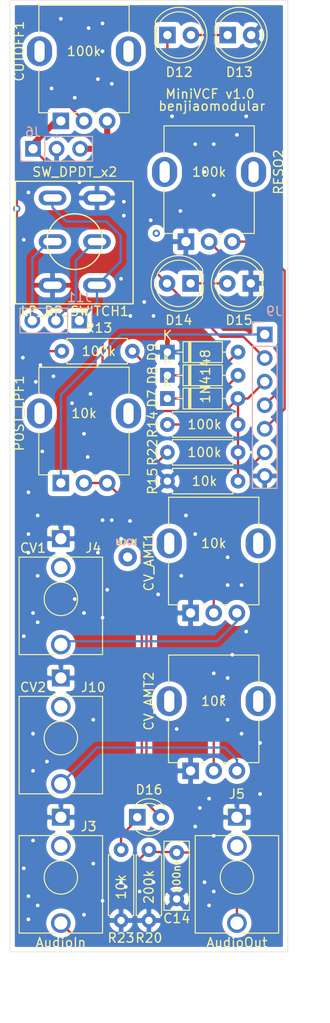
<source format=kicad_pcb>
(kicad_pcb (version 20171130) (host pcbnew 5.1.9+dfsg1-1~bpo10+1)
  (layers (0 F.Cu signal) (31 B.Cu signal) (34 B.Paste user) (35 F.Paste user) (36 B.SilkS user) (37 F.SilkS user) (38 B.Mask user) (39 F.Mask user) (44 Edge.Cuts user))
  (net 0 "")
  (net 1 "Net-(CUTOFF1-Pad2)")
  (net 2 "Net-(D12-Pad2)")
  (net 3 "Net-(D14-Pad1)")
  (net 4 GND1)
  (net 5 NEG12V_1)
  (net 6 POS12V_1)
  (net 7 A_5)
  (net 8 A_6)
  (net 9 "Net-(CV_AMT1-Pad2)")
  (net 10 "Net-(CV_AMT1-Pad3)")
  (net 11 "Net-(CV_AMT2-Pad2)")
  (net 12 "Net-(CV_AMT2-Pad3)")
  (net 13 A_7)
  (net 14 A_8)
  (net 15 A_9)
  (net 16 "Net-(C14-Pad2)")
  (net 17 A_CV_IN)
  (net 18 A_CLIPPING_LEDS)
  (net 19 A_AUDIO_IN)
  (net 20 A_AUDIO_OUT)
  (net 21 "Net-(D7-Pad1)")
  (net 22 "Net-(D8-Pad1)")
  (net 23 "Net-(D16-Pad1)")
  (module benjiaomodular:Wire_1mm (layer F.Cu) (at 84.709 113.03)
    (fp_text reference REF** hide)
    (fp_text value Wire_1mm)
    (pad 1 thru_hole circle (at 0 -0.05) (size 2 2) (drill 1) (layers *.Cu *.Mask))
  )
  (module benjiaomodular:ToggleSwitch_MTS-202_DPDT (layer F.Cu) (at 79 79 180)
    (fp_text reference LP_BP_SWITCH1 (at 0 -7.5) (layer F.SilkS))
    (fp_text value SW_DPDT_x2 (at 0 7.5) (layer F.SilkS))
    (fp_line (start 6.4 6.5) (end -6.3 6.5) (layer F.SilkS) (width 0.15))
    (fp_line (start -6.3 6.5) (end -6.3 -6.7) (layer F.SilkS) (width 0.15))
    (fp_line (start 6.4 -6.7) (end 6.4 6.5) (layer F.SilkS) (width 0.15))
    (fp_line (start -6.3 -6.7) (end 6.4 -6.7) (layer F.SilkS) (width 0.15))
    (fp_circle (center -0.000416 0) (end 2.999584 0.05) (layer F.SilkS) (width 0.15))
    (pad 2 thru_hole oval (at -2.4 0 180) (size 3 1.6) (drill oval 2 0.8) (layers *.Cu *.Mask) (net 13 A_7))
    (pad 1 thru_hole oval (at -2.4 -4.7 180) (size 3 1.6) (drill oval 2 0.8) (layers *.Cu *.Mask) (net 14 A_8))
    (pad 3 thru_hole oval (at -2.4 4.7 180) (size 3 1.6) (drill oval 2 0.8) (layers *.Cu *.Mask) (net 4 GND1))
    (pad 5 thru_hole oval (at 2.4 0 180) (size 3 1.6) (drill oval 2 0.8) (layers *.Cu *.Mask) (net 15 A_9))
    (pad 4 thru_hole oval (at 2.4 -4.7 180) (size 3 1.6) (drill oval 2 0.8) (layers *.Cu *.Mask) (net 4 GND1))
    (pad 6 thru_hole oval (at 2.4 4.7 180) (size 3 1.6) (drill oval 2 0.8) (layers *.Cu *.Mask) (net 14 A_8))
  )
  (module benjiaomodular:Potentiometer_RV09 (layer F.Cu) (at 77.5 105 90)
    (fp_text reference POST_LPF1 (at 7.5 -4.5 90) (layer F.SilkS))
    (fp_text value 10k (at 7.5 2.5 180) (layer F.SilkS))
    (fp_line (start 0.88 1.71) (end 0.88 1.18) (layer F.SilkS) (width 0.12))
    (fp_line (start 9.41 -2.37) (end 12.47 -2.37) (layer F.SilkS) (width 0.12))
    (fp_line (start 0.88 -2.38) (end 5.6 -2.38) (layer F.SilkS) (width 0.12))
    (fp_line (start 9.41 7.37) (end 12.47 7.37) (layer F.SilkS) (width 0.12))
    (fp_line (start 12.47 7.37) (end 12.47 -2.37) (layer F.SilkS) (width 0.12))
    (fp_line (start 0.88 -1.19) (end 0.88 -2.37) (layer F.SilkS) (width 0.12))
    (fp_line (start 0.88 4.16) (end 0.88 3.33) (layer F.SilkS) (width 0.12))
    (fp_line (start 0.88 7.37) (end 0.88 5.88) (layer F.SilkS) (width 0.12))
    (fp_line (start 0.88 7.37) (end 5.6 7.37) (layer F.SilkS) (width 0.12))
    (pad 1 thru_hole rect (at 0 0 180) (size 1.8 1.8) (drill 1) (layers *.Cu *.Mask) (net 20 A_AUDIO_OUT))
    (pad 3 thru_hole circle (at 0 5 180) (size 1.8 1.8) (drill 1) (layers *.Cu *.Mask) (net 16 "Net-(C14-Pad2)"))
    (pad 2 thru_hole circle (at 0 2.5 180) (size 1.8 1.8) (drill 1) (layers *.Cu *.Mask) (net 16 "Net-(C14-Pad2)"))
    (pad "" thru_hole oval (at 7.5 7.3 180) (size 2.72 3.24) (drill oval 1.1 2.3) (layers *.Cu *.Mask))
    (pad "" thru_hole oval (at 7.5 -2.3 180) (size 2.72 3.24) (drill oval 1.1 2.3) (layers *.Cu *.Mask))
  )
  (module benjiaomodular:Capacitor_Rect_L7.2mm_W2.5mm_P5.00mm (layer F.Cu) (at 90 149.8 90)
    (fp_text reference C14 (at -2.1 0 180) (layer F.SilkS))
    (fp_text value 100nF (at 2.5 0 90) (layer F.SilkS) (effects (font (size 0.8 0.8))))
    (fp_line (start 6.22 -1.37) (end 6.22 1.37) (layer F.SilkS) (width 0.12))
    (fp_line (start -1.22 -1.37) (end 6.22 -1.37) (layer F.SilkS) (width 0.12))
    (fp_line (start -1.22 1.37) (end 6.22 1.37) (layer F.SilkS) (width 0.12))
    (fp_line (start -1.22 -1.37) (end -1.22 1.37) (layer F.SilkS) (width 0.12))
    (pad 2 thru_hole circle (at 5 0 90) (size 1.6 1.6) (drill 0.8) (layers *.Cu *.Mask) (net 16 "Net-(C14-Pad2)"))
    (pad 1 thru_hole circle (at 0 0 90) (size 1.6 1.6) (drill 0.8) (layers *.Cu *.Mask) (net 4 GND1))
  )
  (module Diode_THT:D_DO-35_SOD27_P7.62mm_Horizontal (layer F.Cu) (at 89 95.9)
    (fp_text reference D7 (at -1.6 0 90) (layer F.SilkS))
    (fp_text value 1N4148 hide)
    (fp_line (start 2.29 -1.12) (end 2.29 1.12) (layer F.SilkS) (width 0.12))
    (fp_line (start 2.53 -1.12) (end 2.53 1.12) (layer F.SilkS) (width 0.12))
    (fp_line (start 2.41 -1.12) (end 2.41 1.12) (layer F.SilkS) (width 0.12))
    (fp_line (start 6.58 0) (end 5.93 0) (layer F.SilkS) (width 0.12))
    (fp_line (start 1.04 0) (end 1.69 0) (layer F.SilkS) (width 0.12))
    (fp_line (start 5.93 -1.12) (end 1.69 -1.12) (layer F.SilkS) (width 0.12))
    (fp_line (start 5.93 1.12) (end 5.93 -1.12) (layer F.SilkS) (width 0.12))
    (fp_line (start 1.69 1.12) (end 5.93 1.12) (layer F.SilkS) (width 0.12))
    (fp_line (start 1.69 -1.12) (end 1.69 1.12) (layer F.SilkS) (width 0.12))
    (fp_text user K (at 0 -1.8) (layer F.SilkS))
    (pad 2 thru_hole oval (at 7.62 0) (size 1.6 1.6) (drill 0.8) (layers *.Cu *.Mask) (net 17 A_CV_IN))
    (pad 1 thru_hole rect (at 0 0) (size 1.6 1.6) (drill 0.8) (layers *.Cu *.Mask) (net 21 "Net-(D7-Pad1)"))
  )
  (module Diode_THT:D_DO-35_SOD27_P7.62mm_Horizontal (layer F.Cu) (at 89 93.4)
    (fp_text reference D8 (at -1.6 0 90) (layer F.SilkS))
    (fp_text value 1N4148 hide)
    (fp_line (start 1.69 -1.12) (end 1.69 1.12) (layer F.SilkS) (width 0.12))
    (fp_line (start 1.69 1.12) (end 5.93 1.12) (layer F.SilkS) (width 0.12))
    (fp_line (start 5.93 1.12) (end 5.93 -1.12) (layer F.SilkS) (width 0.12))
    (fp_line (start 5.93 -1.12) (end 1.69 -1.12) (layer F.SilkS) (width 0.12))
    (fp_line (start 1.04 0) (end 1.69 0) (layer F.SilkS) (width 0.12))
    (fp_line (start 6.58 0) (end 5.93 0) (layer F.SilkS) (width 0.12))
    (fp_line (start 2.41 -1.12) (end 2.41 1.12) (layer F.SilkS) (width 0.12))
    (fp_line (start 2.53 -1.12) (end 2.53 1.12) (layer F.SilkS) (width 0.12))
    (fp_line (start 2.29 -1.12) (end 2.29 1.12) (layer F.SilkS) (width 0.12))
    (fp_text user K (at 0 -1.8) (layer F.SilkS))
    (pad 1 thru_hole rect (at 0 0) (size 1.6 1.6) (drill 0.8) (layers *.Cu *.Mask) (net 22 "Net-(D8-Pad1)"))
    (pad 2 thru_hole oval (at 7.62 0) (size 1.6 1.6) (drill 0.8) (layers *.Cu *.Mask) (net 21 "Net-(D7-Pad1)"))
  )
  (module Diode_THT:D_DO-35_SOD27_P7.62mm_Horizontal (layer F.Cu) (at 89 90.9)
    (fp_text reference D9 (at -1.6 0 270) (layer F.SilkS))
    (fp_text value 1N4148 (at 4.1 2.6 90) (layer F.SilkS))
    (fp_line (start 2.29 -1.12) (end 2.29 1.12) (layer F.SilkS) (width 0.12))
    (fp_line (start 2.53 -1.12) (end 2.53 1.12) (layer F.SilkS) (width 0.12))
    (fp_line (start 2.41 -1.12) (end 2.41 1.12) (layer F.SilkS) (width 0.12))
    (fp_line (start 6.58 0) (end 5.93 0) (layer F.SilkS) (width 0.12))
    (fp_line (start 1.04 0) (end 1.69 0) (layer F.SilkS) (width 0.12))
    (fp_line (start 5.93 -1.12) (end 1.69 -1.12) (layer F.SilkS) (width 0.12))
    (fp_line (start 5.93 1.12) (end 5.93 -1.12) (layer F.SilkS) (width 0.12))
    (fp_line (start 1.69 1.12) (end 5.93 1.12) (layer F.SilkS) (width 0.12))
    (fp_line (start 1.69 -1.12) (end 1.69 1.12) (layer F.SilkS) (width 0.12))
    (fp_text user K (at 0 -1.8) (layer F.SilkS))
    (pad 2 thru_hole oval (at 7.62 0) (size 1.6 1.6) (drill 0.8) (layers *.Cu *.Mask) (net 22 "Net-(D8-Pad1)"))
    (pad 1 thru_hole rect (at 0 0) (size 1.6 1.6) (drill 0.8) (layers *.Cu *.Mask) (net 4 GND1))
  )
  (module benjiaomodular:Resistor_L6.3mm_D2.5mm_P7.62mm_Horizontal (layer F.Cu) (at 77.6 90.8)
    (fp_text reference R13 (at 4 -2.5) (layer F.SilkS))
    (fp_text value 100k (at 4 0) (layer F.SilkS))
    (fp_line (start 7.08 -1.37) (end 7.08 -1.04) (layer F.SilkS) (width 0.12))
    (fp_line (start 0.54 1.04) (end 0.54 1.37) (layer F.SilkS) (width 0.12))
    (fp_line (start 7.08 1.37) (end 7.08 1.04) (layer F.SilkS) (width 0.12))
    (fp_line (start 0.54 1.37) (end 7.08 1.37) (layer F.SilkS) (width 0.12))
    (fp_line (start 0.54 -1.04) (end 0.54 -1.37) (layer F.SilkS) (width 0.12))
    (fp_line (start 0.54 -1.37) (end 7.08 -1.37) (layer F.SilkS) (width 0.12))
    (pad 2 thru_hole oval (at 7.62 0) (size 1.6 1.6) (drill 0.8) (layers *.Cu *.Mask) (net 17 A_CV_IN))
    (pad 1 thru_hole circle (at 0 0) (size 1.6 1.6) (drill 0.8) (layers *.Cu *.Mask) (net 1 "Net-(CUTOFF1-Pad2)"))
  )
  (module benjiaomodular:Resistor_L6.3mm_D2.5mm_P7.62mm_Horizontal (layer F.Cu) (at 89 98.7)
    (fp_text reference R14 (at -1.6 0 90) (layer F.SilkS))
    (fp_text value 100k (at 4 0) (layer F.SilkS))
    (fp_line (start 0.54 -1.37) (end 7.08 -1.37) (layer F.SilkS) (width 0.12))
    (fp_line (start 0.54 -1.04) (end 0.54 -1.37) (layer F.SilkS) (width 0.12))
    (fp_line (start 0.54 1.37) (end 7.08 1.37) (layer F.SilkS) (width 0.12))
    (fp_line (start 7.08 1.37) (end 7.08 1.04) (layer F.SilkS) (width 0.12))
    (fp_line (start 0.54 1.04) (end 0.54 1.37) (layer F.SilkS) (width 0.12))
    (fp_line (start 7.08 -1.37) (end 7.08 -1.04) (layer F.SilkS) (width 0.12))
    (pad 1 thru_hole circle (at 0 0) (size 1.6 1.6) (drill 0.8) (layers *.Cu *.Mask) (net 9 "Net-(CV_AMT1-Pad2)"))
    (pad 2 thru_hole oval (at 7.62 0) (size 1.6 1.6) (drill 0.8) (layers *.Cu *.Mask) (net 17 A_CV_IN))
  )
  (module benjiaomodular:Resistor_L6.3mm_D2.5mm_P7.62mm_Horizontal (layer F.Cu) (at 89 104.8)
    (fp_text reference R15 (at -1.6 0 270) (layer F.SilkS))
    (fp_text value 10k (at 4 0) (layer F.SilkS))
    (fp_line (start 7.08 -1.37) (end 7.08 -1.04) (layer F.SilkS) (width 0.12))
    (fp_line (start 0.54 1.04) (end 0.54 1.37) (layer F.SilkS) (width 0.12))
    (fp_line (start 7.08 1.37) (end 7.08 1.04) (layer F.SilkS) (width 0.12))
    (fp_line (start 0.54 1.37) (end 7.08 1.37) (layer F.SilkS) (width 0.12))
    (fp_line (start 0.54 -1.04) (end 0.54 -1.37) (layer F.SilkS) (width 0.12))
    (fp_line (start 0.54 -1.37) (end 7.08 -1.37) (layer F.SilkS) (width 0.12))
    (pad 2 thru_hole oval (at 7.62 0) (size 1.6 1.6) (drill 0.8) (layers *.Cu *.Mask) (net 17 A_CV_IN))
    (pad 1 thru_hole circle (at 0 0) (size 1.6 1.6) (drill 0.8) (layers *.Cu *.Mask) (net 4 GND1))
  )
  (module benjiaomodular:Resistor_L6.3mm_D2.5mm_P7.62mm_Horizontal (layer F.Cu) (at 87 144.5 270)
    (fp_text reference R20 (at 9.5 0 180) (layer F.SilkS))
    (fp_text value 200k (at 4 0 90) (layer F.SilkS))
    (fp_line (start 7.08 -1.37) (end 7.08 -1.04) (layer F.SilkS) (width 0.12))
    (fp_line (start 0.54 1.04) (end 0.54 1.37) (layer F.SilkS) (width 0.12))
    (fp_line (start 7.08 1.37) (end 7.08 1.04) (layer F.SilkS) (width 0.12))
    (fp_line (start 0.54 1.37) (end 7.08 1.37) (layer F.SilkS) (width 0.12))
    (fp_line (start 0.54 -1.04) (end 0.54 -1.37) (layer F.SilkS) (width 0.12))
    (fp_line (start 0.54 -1.37) (end 7.08 -1.37) (layer F.SilkS) (width 0.12))
    (pad 2 thru_hole oval (at 7.62 0 270) (size 1.6 1.6) (drill 0.8) (layers *.Cu *.Mask) (net 4 GND1))
    (pad 1 thru_hole circle (at 0 0 270) (size 1.6 1.6) (drill 0.8) (layers *.Cu *.Mask) (net 16 "Net-(C14-Pad2)"))
  )
  (module benjiaomodular:Resistor_L6.3mm_D2.5mm_P7.62mm_Horizontal (layer F.Cu) (at 89 101.7)
    (fp_text reference R22 (at -1.6 0 90) (layer F.SilkS))
    (fp_text value 100k (at 4 0) (layer F.SilkS))
    (fp_line (start 7.08 -1.37) (end 7.08 -1.04) (layer F.SilkS) (width 0.12))
    (fp_line (start 0.54 1.04) (end 0.54 1.37) (layer F.SilkS) (width 0.12))
    (fp_line (start 7.08 1.37) (end 7.08 1.04) (layer F.SilkS) (width 0.12))
    (fp_line (start 0.54 1.37) (end 7.08 1.37) (layer F.SilkS) (width 0.12))
    (fp_line (start 0.54 -1.04) (end 0.54 -1.37) (layer F.SilkS) (width 0.12))
    (fp_line (start 0.54 -1.37) (end 7.08 -1.37) (layer F.SilkS) (width 0.12))
    (pad 2 thru_hole oval (at 7.62 0) (size 1.6 1.6) (drill 0.8) (layers *.Cu *.Mask) (net 17 A_CV_IN))
    (pad 1 thru_hole circle (at 0 0) (size 1.6 1.6) (drill 0.8) (layers *.Cu *.Mask) (net 11 "Net-(CV_AMT2-Pad2)"))
  )
  (module benjiaomodular:Resistor_L6.3mm_D2.5mm_P7.62mm_Horizontal (layer F.Cu) (at 84 144.5 270)
    (fp_text reference R23 (at 9.5 0 180) (layer F.SilkS))
    (fp_text value 10k (at 4 0 90) (layer F.SilkS))
    (fp_line (start 7.08 -1.37) (end 7.08 -1.04) (layer F.SilkS) (width 0.12))
    (fp_line (start 0.54 1.04) (end 0.54 1.37) (layer F.SilkS) (width 0.12))
    (fp_line (start 7.08 1.37) (end 7.08 1.04) (layer F.SilkS) (width 0.12))
    (fp_line (start 0.54 1.37) (end 7.08 1.37) (layer F.SilkS) (width 0.12))
    (fp_line (start 0.54 -1.04) (end 0.54 -1.37) (layer F.SilkS) (width 0.12))
    (fp_line (start 0.54 -1.37) (end 7.08 -1.37) (layer F.SilkS) (width 0.12))
    (pad 2 thru_hole oval (at 7.62 0 270) (size 1.6 1.6) (drill 0.8) (layers *.Cu *.Mask) (net 4 GND1))
    (pad 1 thru_hole circle (at 0 0 270) (size 1.6 1.6) (drill 0.8) (layers *.Cu *.Mask) (net 23 "Net-(D16-Pad1)"))
  )
  (module benjiaomodular:Potentiometer_RV09 (layer F.Cu) (at 77.5 66 90)
    (fp_text reference CUTOFF1 (at 7.5 -4.5 90) (layer F.SilkS))
    (fp_text value 100k (at 7.5 2.5 180) (layer F.SilkS))
    (fp_line (start 0.88 1.71) (end 0.88 1.18) (layer F.SilkS) (width 0.12))
    (fp_line (start 9.41 -2.37) (end 12.47 -2.37) (layer F.SilkS) (width 0.12))
    (fp_line (start 0.88 -2.38) (end 5.6 -2.38) (layer F.SilkS) (width 0.12))
    (fp_line (start 9.41 7.37) (end 12.47 7.37) (layer F.SilkS) (width 0.12))
    (fp_line (start 12.47 7.37) (end 12.47 -2.37) (layer F.SilkS) (width 0.12))
    (fp_line (start 0.88 -1.19) (end 0.88 -2.37) (layer F.SilkS) (width 0.12))
    (fp_line (start 0.88 4.16) (end 0.88 3.33) (layer F.SilkS) (width 0.12))
    (fp_line (start 0.88 7.37) (end 0.88 5.88) (layer F.SilkS) (width 0.12))
    (fp_line (start 0.88 7.37) (end 5.6 7.37) (layer F.SilkS) (width 0.12))
    (pad 1 thru_hole rect (at 0 0 180) (size 1.8 1.8) (drill 1) (layers *.Cu *.Mask) (net 6 POS12V_1))
    (pad 3 thru_hole circle (at 0 5 180) (size 1.8 1.8) (drill 1) (layers *.Cu *.Mask) (net 5 NEG12V_1))
    (pad 2 thru_hole circle (at 0 2.5 180) (size 1.8 1.8) (drill 1) (layers *.Cu *.Mask) (net 1 "Net-(CUTOFF1-Pad2)"))
    (pad "" thru_hole oval (at 7.5 7.3 180) (size 2.72 3.24) (drill oval 1.1 2.3) (layers *.Cu *.Mask))
    (pad "" thru_hole oval (at 7.5 -2.3 180) (size 2.72 3.24) (drill oval 1.1 2.3) (layers *.Cu *.Mask))
  )
  (module benjiaomodular:Potentiometer_RV09 (layer F.Cu) (at 91.5 119 90)
    (fp_text reference CV_AMT1 (at 5.5 -4.5 90) (layer F.SilkS))
    (fp_text value 10k (at 7.5 2.5 180) (layer F.SilkS))
    (fp_line (start 0.88 7.37) (end 5.6 7.37) (layer F.SilkS) (width 0.12))
    (fp_line (start 0.88 7.37) (end 0.88 5.88) (layer F.SilkS) (width 0.12))
    (fp_line (start 0.88 4.16) (end 0.88 3.33) (layer F.SilkS) (width 0.12))
    (fp_line (start 0.88 -1.19) (end 0.88 -2.37) (layer F.SilkS) (width 0.12))
    (fp_line (start 12.47 7.37) (end 12.47 -2.37) (layer F.SilkS) (width 0.12))
    (fp_line (start 9.41 7.37) (end 12.47 7.37) (layer F.SilkS) (width 0.12))
    (fp_line (start 0.88 -2.38) (end 5.6 -2.38) (layer F.SilkS) (width 0.12))
    (fp_line (start 9.41 -2.37) (end 12.47 -2.37) (layer F.SilkS) (width 0.12))
    (fp_line (start 0.88 1.71) (end 0.88 1.18) (layer F.SilkS) (width 0.12))
    (pad "" thru_hole oval (at 7.5 -2.3 180) (size 2.72 3.24) (drill oval 1.1 2.3) (layers *.Cu *.Mask))
    (pad "" thru_hole oval (at 7.5 7.3 180) (size 2.72 3.24) (drill oval 1.1 2.3) (layers *.Cu *.Mask))
    (pad 2 thru_hole circle (at 0 2.5 180) (size 1.8 1.8) (drill 1) (layers *.Cu *.Mask) (net 9 "Net-(CV_AMT1-Pad2)"))
    (pad 3 thru_hole circle (at 0 5 180) (size 1.8 1.8) (drill 1) (layers *.Cu *.Mask) (net 10 "Net-(CV_AMT1-Pad3)"))
    (pad 1 thru_hole rect (at 0 0 180) (size 1.8 1.8) (drill 1) (layers *.Cu *.Mask) (net 4 GND1))
  )
  (module benjiaomodular:Potentiometer_RV09 (layer F.Cu) (at 91.5 136 90)
    (fp_text reference CV_AMT2 (at 7.5 -4.5 90) (layer F.SilkS))
    (fp_text value 10k (at 7.5 2.5 180) (layer F.SilkS))
    (fp_line (start 0.88 1.71) (end 0.88 1.18) (layer F.SilkS) (width 0.12))
    (fp_line (start 9.41 -2.37) (end 12.47 -2.37) (layer F.SilkS) (width 0.12))
    (fp_line (start 0.88 -2.38) (end 5.6 -2.38) (layer F.SilkS) (width 0.12))
    (fp_line (start 9.41 7.37) (end 12.47 7.37) (layer F.SilkS) (width 0.12))
    (fp_line (start 12.47 7.37) (end 12.47 -2.37) (layer F.SilkS) (width 0.12))
    (fp_line (start 0.88 -1.19) (end 0.88 -2.37) (layer F.SilkS) (width 0.12))
    (fp_line (start 0.88 4.16) (end 0.88 3.33) (layer F.SilkS) (width 0.12))
    (fp_line (start 0.88 7.37) (end 0.88 5.88) (layer F.SilkS) (width 0.12))
    (fp_line (start 0.88 7.37) (end 5.6 7.37) (layer F.SilkS) (width 0.12))
    (pad 1 thru_hole rect (at 0 0 180) (size 1.8 1.8) (drill 1) (layers *.Cu *.Mask) (net 4 GND1))
    (pad 3 thru_hole circle (at 0 5 180) (size 1.8 1.8) (drill 1) (layers *.Cu *.Mask) (net 12 "Net-(CV_AMT2-Pad3)"))
    (pad 2 thru_hole circle (at 0 2.5 180) (size 1.8 1.8) (drill 1) (layers *.Cu *.Mask) (net 11 "Net-(CV_AMT2-Pad2)"))
    (pad "" thru_hole oval (at 7.5 7.3 180) (size 2.72 3.24) (drill oval 1.1 2.3) (layers *.Cu *.Mask))
    (pad "" thru_hole oval (at 7.5 -2.3 180) (size 2.72 3.24) (drill oval 1.1 2.3) (layers *.Cu *.Mask))
  )
  (module LED_THT:LED_D5.0mm (layer F.Cu) (at 89 56.75)
    (fp_text reference D12 (at 1.27 4) (layer F.SilkS))
    (fp_text value LED)
    (fp_line (start -1.29 -1.545) (end -1.29 1.545) (layer F.SilkS) (width 0.12))
    (fp_circle (center 1.27 0) (end 3.77 0) (layer F.SilkS) (width 0.12))
    (fp_arc (start 1.27 0) (end -1.29 1.54483) (angle -148.9) (layer F.SilkS) (width 0.12))
    (fp_arc (start 1.27 0) (end -1.29 -1.54483) (angle 148.9) (layer F.SilkS) (width 0.12))
    (pad 2 thru_hole circle (at 2.54 0) (size 1.8 1.8) (drill 0.9) (layers *.Cu *.Mask) (net 2 "Net-(D12-Pad2)"))
    (pad 1 thru_hole rect (at 0 0) (size 1.8 1.8) (drill 0.9) (layers *.Cu *.Mask) (net 18 A_CLIPPING_LEDS))
  )
  (module LED_THT:LED_D5.0mm (layer F.Cu) (at 95.5 56.75)
    (fp_text reference D13 (at 1.27 4) (layer F.SilkS))
    (fp_text value LED)
    (fp_circle (center 1.27 0) (end 3.77 0) (layer F.SilkS) (width 0.12))
    (fp_line (start -1.29 -1.545) (end -1.29 1.545) (layer F.SilkS) (width 0.12))
    (fp_arc (start 1.27 0) (end -1.29 -1.54483) (angle 148.9) (layer F.SilkS) (width 0.12))
    (fp_arc (start 1.27 0) (end -1.29 1.54483) (angle -148.9) (layer F.SilkS) (width 0.12))
    (pad 1 thru_hole rect (at 0 0) (size 1.8 1.8) (drill 0.9) (layers *.Cu *.Mask) (net 2 "Net-(D12-Pad2)"))
    (pad 2 thru_hole circle (at 2.54 0) (size 1.8 1.8) (drill 0.9) (layers *.Cu *.Mask) (net 4 GND1))
  )
  (module LED_THT:LED_D5.0mm (layer F.Cu) (at 91.5 83.5 180)
    (fp_text reference D14 (at 1.27 -3.96) (layer F.SilkS))
    (fp_text value LED)
    (fp_line (start -1.29 -1.545) (end -1.29 1.545) (layer F.SilkS) (width 0.12))
    (fp_circle (center 1.27 0) (end 3.77 0) (layer F.SilkS) (width 0.12))
    (fp_arc (start 1.27 0) (end -1.29 1.54483) (angle -148.9) (layer F.SilkS) (width 0.12))
    (fp_arc (start 1.27 0) (end -1.29 -1.54483) (angle 148.9) (layer F.SilkS) (width 0.12))
    (pad 2 thru_hole circle (at 2.54 0 180) (size 1.8 1.8) (drill 0.9) (layers *.Cu *.Mask) (net 18 A_CLIPPING_LEDS))
    (pad 1 thru_hole rect (at 0 0 180) (size 1.8 1.8) (drill 0.9) (layers *.Cu *.Mask) (net 3 "Net-(D14-Pad1)"))
  )
  (module LED_THT:LED_D5.0mm (layer F.Cu) (at 98 83.5 180)
    (fp_text reference D15 (at 1.27 -3.96) (layer F.SilkS))
    (fp_text value LED)
    (fp_circle (center 1.27 0) (end 3.77 0) (layer F.SilkS) (width 0.12))
    (fp_line (start -1.29 -1.545) (end -1.29 1.545) (layer F.SilkS) (width 0.12))
    (fp_arc (start 1.27 0) (end -1.29 -1.54483) (angle 148.9) (layer F.SilkS) (width 0.12))
    (fp_arc (start 1.27 0) (end -1.29 1.54483) (angle -148.9) (layer F.SilkS) (width 0.12))
    (pad 1 thru_hole rect (at 0 0 180) (size 1.8 1.8) (drill 0.9) (layers *.Cu *.Mask) (net 4 GND1))
    (pad 2 thru_hole circle (at 2.54 0 180) (size 1.8 1.8) (drill 0.9) (layers *.Cu *.Mask) (net 3 "Net-(D14-Pad1)"))
  )
  (module LED_THT:LED_D3.0mm (layer F.Cu) (at 85.75 141)
    (fp_text reference D16 (at 1.27 -2.96) (layer F.SilkS))
    (fp_text value LED)
    (fp_line (start -0.29 -1.236) (end -0.29 -1.08) (layer F.SilkS) (width 0.12))
    (fp_line (start -0.29 1.08) (end -0.29 1.236) (layer F.SilkS) (width 0.12))
    (fp_arc (start 1.27 0) (end -0.29 -1.235516) (angle 108.8) (layer F.SilkS) (width 0.12))
    (fp_arc (start 1.27 0) (end -0.29 1.235516) (angle -108.8) (layer F.SilkS) (width 0.12))
    (fp_arc (start 1.27 0) (end 0.229039 -1.08) (angle 87.9) (layer F.SilkS) (width 0.12))
    (fp_arc (start 1.27 0) (end 0.229039 1.08) (angle -87.9) (layer F.SilkS) (width 0.12))
    (pad 1 thru_hole rect (at 0 0) (size 1.8 1.8) (drill 0.9) (layers *.Cu *.Mask) (net 23 "Net-(D16-Pad1)"))
    (pad 2 thru_hole circle (at 2.54 0) (size 1.8 1.8) (drill 0.9) (layers *.Cu *.Mask) (net 6 POS12V_1))
  )
  (module benjiaomodular:AudioJack_3.5mm (layer F.Cu) (at 77.5 141)
    (fp_text reference J3 (at 3 1) (layer F.SilkS))
    (fp_text value AudioIn (at 0 13.5) (layer F.SilkS))
    (fp_line (start -1.06 -1) (end -1.06 -0.2) (layer F.SilkS) (width 0.12))
    (fp_line (start 4.5 1.98) (end 4.5 12.48) (layer F.SilkS) (width 0.12))
    (fp_line (start 4.5 1.98) (end 0.35 1.98) (layer F.SilkS) (width 0.12))
    (fp_line (start -0.35 1.98) (end -4.5 1.98) (layer F.SilkS) (width 0.12))
    (fp_circle (center 0 6.48) (end 1.8 6.48) (layer F.SilkS) (width 0.12))
    (fp_line (start -4.5 1.98) (end -4.5 12.48) (layer F.SilkS) (width 0.12))
    (fp_line (start 4.5 12.48) (end 0.5 12.48) (layer F.SilkS) (width 0.12))
    (fp_line (start -0.5 12.48) (end -4.5 12.48) (layer F.SilkS) (width 0.12))
    (fp_line (start -1.06 -1) (end -0.2 -1) (layer F.SilkS) (width 0.12))
    (pad T thru_hole circle (at 0 11.4 180) (size 2.13 2.13) (drill 1.43) (layers *.Cu *.Mask) (net 19 A_AUDIO_IN))
    (pad TN thru_hole circle (at 0 3.1 180) (size 2.13 2.13) (drill 1.42) (layers *.Cu *.Mask))
    (pad S thru_hole rect (at 0 0 180) (size 1.93 1.83) (drill 1.22) (layers *.Cu *.Mask) (net 4 GND1))
  )
  (module benjiaomodular:AudioJack_3.5mm (layer F.Cu) (at 77.5 111)
    (fp_text reference J4 (at 3.5 1) (layer F.SilkS))
    (fp_text value CV1 (at -3 1) (layer F.SilkS))
    (fp_line (start -1.06 -1) (end -1.06 -0.2) (layer F.SilkS) (width 0.12))
    (fp_line (start 4.5 1.98) (end 4.5 12.48) (layer F.SilkS) (width 0.12))
    (fp_line (start 4.5 1.98) (end 0.35 1.98) (layer F.SilkS) (width 0.12))
    (fp_line (start -0.35 1.98) (end -4.5 1.98) (layer F.SilkS) (width 0.12))
    (fp_circle (center 0 6.48) (end 1.8 6.48) (layer F.SilkS) (width 0.12))
    (fp_line (start -4.5 1.98) (end -4.5 12.48) (layer F.SilkS) (width 0.12))
    (fp_line (start 4.5 12.48) (end 0.5 12.48) (layer F.SilkS) (width 0.12))
    (fp_line (start -0.5 12.48) (end -4.5 12.48) (layer F.SilkS) (width 0.12))
    (fp_line (start -1.06 -1) (end -0.2 -1) (layer F.SilkS) (width 0.12))
    (pad T thru_hole circle (at 0 11.4 180) (size 2.13 2.13) (drill 1.43) (layers *.Cu *.Mask) (net 10 "Net-(CV_AMT1-Pad3)"))
    (pad TN thru_hole circle (at 0 3.1 180) (size 2.13 2.13) (drill 1.42) (layers *.Cu *.Mask))
    (pad S thru_hole rect (at 0 0 180) (size 1.93 1.83) (drill 1.22) (layers *.Cu *.Mask) (net 4 GND1))
  )
  (module benjiaomodular:AudioJack_3.5mm (layer F.Cu) (at 96.5 141)
    (fp_text reference J5 (at 0 -2.5) (layer F.SilkS))
    (fp_text value AudioOut (at 0 13.5) (layer F.SilkS))
    (fp_line (start -1.06 -1) (end -0.2 -1) (layer F.SilkS) (width 0.12))
    (fp_line (start -0.5 12.48) (end -4.5 12.48) (layer F.SilkS) (width 0.12))
    (fp_line (start 4.5 12.48) (end 0.5 12.48) (layer F.SilkS) (width 0.12))
    (fp_line (start -4.5 1.98) (end -4.5 12.48) (layer F.SilkS) (width 0.12))
    (fp_circle (center 0 6.48) (end 1.8 6.48) (layer F.SilkS) (width 0.12))
    (fp_line (start -0.35 1.98) (end -4.5 1.98) (layer F.SilkS) (width 0.12))
    (fp_line (start 4.5 1.98) (end 0.35 1.98) (layer F.SilkS) (width 0.12))
    (fp_line (start 4.5 1.98) (end 4.5 12.48) (layer F.SilkS) (width 0.12))
    (fp_line (start -1.06 -1) (end -1.06 -0.2) (layer F.SilkS) (width 0.12))
    (pad S thru_hole rect (at 0 0 180) (size 1.93 1.83) (drill 1.22) (layers *.Cu *.Mask) (net 4 GND1))
    (pad TN thru_hole circle (at 0 3.1 180) (size 2.13 2.13) (drill 1.42) (layers *.Cu *.Mask))
    (pad T thru_hole circle (at 0 11.4 180) (size 2.13 2.13) (drill 1.43) (layers *.Cu *.Mask) (net 16 "Net-(C14-Pad2)"))
  )
  (module Connector_PinSocket_2.54mm:PinSocket_1x03_P2.54mm_Vertical (layer B.Cu) (at 74.5 69 270)
    (fp_text reference J6 (at -1.8 0) (layer B.SilkS) (effects (justify mirror)))
    (fp_text value CONN_PWR1)
    (fp_line (start -1.33 -1.27) (end 1.33 -1.27) (layer B.SilkS) (width 0.12))
    (fp_line (start -1.33 -1.27) (end -1.33 -6.41) (layer B.SilkS) (width 0.12))
    (fp_line (start -1.33 -6.41) (end 1.33 -6.41) (layer B.SilkS) (width 0.12))
    (fp_line (start 1.33 -1.27) (end 1.33 -6.41) (layer B.SilkS) (width 0.12))
    (fp_line (start 1.33 1.33) (end 1.33 0) (layer B.SilkS) (width 0.12))
    (fp_line (start 0 1.33) (end 1.33 1.33) (layer B.SilkS) (width 0.12))
    (pad 1 thru_hole rect (at 0 0 270) (size 1.7 1.7) (drill 1) (layers *.Cu *.Mask) (net 6 POS12V_1))
    (pad 2 thru_hole oval (at 0 -2.54 270) (size 1.7 1.7) (drill 1) (layers *.Cu *.Mask) (net 4 GND1))
    (pad 3 thru_hole oval (at 0 -5.08 270) (size 1.7 1.7) (drill 1) (layers *.Cu *.Mask) (net 5 NEG12V_1))
  )
  (module Connector_PinSocket_2.54mm:PinSocket_1x07_P2.54mm_Vertical (layer B.Cu) (at 99.5 89 180)
    (fp_text reference J9 (at -1 2.5) (layer B.SilkS) (effects (justify mirror)))
    (fp_text value CTRL_PANEL_CONN)
    (fp_line (start -1.33 -1.27) (end 1.33 -1.27) (layer B.SilkS) (width 0.12))
    (fp_line (start -1.33 -1.27) (end -1.33 -16.57) (layer B.SilkS) (width 0.12))
    (fp_line (start -1.33 -16.57) (end 1.33 -16.57) (layer B.SilkS) (width 0.12))
    (fp_line (start 1.33 -1.27) (end 1.33 -16.57) (layer B.SilkS) (width 0.12))
    (fp_line (start 1.33 1.33) (end 1.33 0) (layer B.SilkS) (width 0.12))
    (fp_line (start 0 1.33) (end 1.33 1.33) (layer B.SilkS) (width 0.12))
    (pad 1 thru_hole rect (at 0 0 180) (size 1.7 1.7) (drill 1) (layers *.Cu *.Mask) (net 20 A_AUDIO_OUT))
    (pad 2 thru_hole oval (at 0 -2.54 180) (size 1.7 1.7) (drill 1) (layers *.Cu *.Mask) (net 18 A_CLIPPING_LEDS))
    (pad 3 thru_hole oval (at 0 -5.08 180) (size 1.7 1.7) (drill 1) (layers *.Cu *.Mask) (net 17 A_CV_IN))
    (pad 4 thru_hole oval (at 0 -7.62 180) (size 1.7 1.7) (drill 1) (layers *.Cu *.Mask) (net 8 A_6))
    (pad 5 thru_hole oval (at 0 -10.16 180) (size 1.7 1.7) (drill 1) (layers *.Cu *.Mask) (net 7 A_5))
    (pad 6 thru_hole oval (at 0 -12.7 180) (size 1.7 1.7) (drill 1) (layers *.Cu *.Mask) (net 19 A_AUDIO_IN))
    (pad 7 thru_hole oval (at 0 -15.24 180) (size 1.7 1.7) (drill 1) (layers *.Cu *.Mask) (net 4 GND1))
  )
  (module benjiaomodular:AudioJack_3.5mm (layer F.Cu) (at 77.5 126)
    (fp_text reference J10 (at 3.5 1) (layer F.SilkS))
    (fp_text value CV2 (at -3 1) (layer F.SilkS))
    (fp_line (start -1.06 -1) (end -0.2 -1) (layer F.SilkS) (width 0.12))
    (fp_line (start -0.5 12.48) (end -4.5 12.48) (layer F.SilkS) (width 0.12))
    (fp_line (start 4.5 12.48) (end 0.5 12.48) (layer F.SilkS) (width 0.12))
    (fp_line (start -4.5 1.98) (end -4.5 12.48) (layer F.SilkS) (width 0.12))
    (fp_circle (center 0 6.48) (end 1.8 6.48) (layer F.SilkS) (width 0.12))
    (fp_line (start -0.35 1.98) (end -4.5 1.98) (layer F.SilkS) (width 0.12))
    (fp_line (start 4.5 1.98) (end 0.35 1.98) (layer F.SilkS) (width 0.12))
    (fp_line (start 4.5 1.98) (end 4.5 12.48) (layer F.SilkS) (width 0.12))
    (fp_line (start -1.06 -1) (end -1.06 -0.2) (layer F.SilkS) (width 0.12))
    (pad S thru_hole rect (at 0 0 180) (size 1.93 1.83) (drill 1.22) (layers *.Cu *.Mask) (net 4 GND1))
    (pad TN thru_hole circle (at 0 3.1 180) (size 2.13 2.13) (drill 1.42) (layers *.Cu *.Mask))
    (pad T thru_hole circle (at 0 11.4 180) (size 2.13 2.13) (drill 1.43) (layers *.Cu *.Mask) (net 12 "Net-(CV_AMT2-Pad3)"))
  )
  (module Connector_PinSocket_2.54mm:PinSocket_1x03_P2.54mm_Vertical (layer B.Cu) (at 79.5 87.5 90)
    (fp_text reference J11 (at 2.5 0) (layer B.SilkS) (effects (justify mirror)))
    (fp_text value CTRL_PANEL_CONN2)
    (fp_line (start 0 1.33) (end 1.33 1.33) (layer B.SilkS) (width 0.12))
    (fp_line (start 1.33 1.33) (end 1.33 0) (layer B.SilkS) (width 0.12))
    (fp_line (start 1.33 -1.27) (end 1.33 -6.41) (layer B.SilkS) (width 0.12))
    (fp_line (start -1.33 -6.41) (end 1.33 -6.41) (layer B.SilkS) (width 0.12))
    (fp_line (start -1.33 -1.27) (end -1.33 -6.41) (layer B.SilkS) (width 0.12))
    (fp_line (start -1.33 -1.27) (end 1.33 -1.27) (layer B.SilkS) (width 0.12))
    (pad 3 thru_hole oval (at 0 -5.08 90) (size 1.7 1.7) (drill 1) (layers *.Cu *.Mask) (net 15 A_9))
    (pad 2 thru_hole oval (at 0 -2.54 90) (size 1.7 1.7) (drill 1) (layers *.Cu *.Mask) (net 13 A_7))
    (pad 1 thru_hole rect (at 0 0 90) (size 1.7 1.7) (drill 1) (layers *.Cu *.Mask) (net 14 A_8))
  )
  (module benjiaomodular:Potentiometer_RV09 (layer F.Cu) (at 91 79 90)
    (fp_text reference RESO2 (at 7.5 10 270) (layer F.SilkS))
    (fp_text value 100k (at 7.5 2.5 180) (layer F.SilkS))
    (fp_line (start 0.88 7.37) (end 5.6 7.37) (layer F.SilkS) (width 0.12))
    (fp_line (start 0.88 7.37) (end 0.88 5.88) (layer F.SilkS) (width 0.12))
    (fp_line (start 0.88 4.16) (end 0.88 3.33) (layer F.SilkS) (width 0.12))
    (fp_line (start 0.88 -1.19) (end 0.88 -2.37) (layer F.SilkS) (width 0.12))
    (fp_line (start 12.47 7.37) (end 12.47 -2.37) (layer F.SilkS) (width 0.12))
    (fp_line (start 9.41 7.37) (end 12.47 7.37) (layer F.SilkS) (width 0.12))
    (fp_line (start 0.88 -2.38) (end 5.6 -2.38) (layer F.SilkS) (width 0.12))
    (fp_line (start 9.41 -2.37) (end 12.47 -2.37) (layer F.SilkS) (width 0.12))
    (fp_line (start 0.88 1.71) (end 0.88 1.18) (layer F.SilkS) (width 0.12))
    (pad "" thru_hole oval (at 7.5 -2.3 180) (size 2.72 3.24) (drill oval 1.1 2.3) (layers *.Cu *.Mask))
    (pad "" thru_hole oval (at 7.5 7.3 180) (size 2.72 3.24) (drill oval 1.1 2.3) (layers *.Cu *.Mask))
    (pad 2 thru_hole circle (at 0 2.5 180) (size 1.8 1.8) (drill 1) (layers *.Cu *.Mask) (net 8 A_6))
    (pad 3 thru_hole circle (at 0 5 180) (size 1.8 1.8) (drill 1) (layers *.Cu *.Mask) (net 7 A_5))
    (pad 1 thru_hole rect (at 0 0 180) (size 1.8 1.8) (drill 1) (layers *.Cu *.Mask) (net 4 GND1))
  )
  (gr_text LOCK (at 84.582 111.379) (layer B.SilkS) (effects (font (size 0.6 0.6)) (justify mirror)))
  (gr_text LOCK (at 84.582 111.379) (layer F.SilkS) (effects (font (size 0.6 0.6))))
  (gr_text benjiaomodular (at 93.8 64.4) (layer F.SilkS) (effects (font (size 1 1))))
  (gr_text "MiniVCF v1.0" (at 93.6 63.1) (layer F.SilkS) (effects (font (size 1 1))))
  (gr_line (start 102 53) (end 72 53) (layer Edge.Cuts) (width 0.05))
  (gr_line (start 102 155.5) (end 102 53) (layer Edge.Cuts) (width 0.05))
  (gr_line (start 72 155.5) (end 102 155.5) (layer Edge.Cuts) (width 0.05))
  (gr_line (start 72 53) (end 72 155.5) (layer Edge.Cuts) (width 0.05))
  (via (at 87.8 78.1) (size 0.8) (drill 0.4) (layers F.Cu B.Cu) (net 0))
  (segment (start 77.4 90.8) (end 77.6 90.8) (width 0.25) (layer F.Cu) (net 1))
  (segment (start 74.3 90.8) (end 77.4 90.8) (width 0.25) (layer F.Cu) (net 1))
  (segment (start 80 66) (end 78.5 64.5) (width 0.25) (layer F.Cu) (net 1))
  (segment (start 78.5 64.5) (end 75.75 64.5) (width 0.25) (layer F.Cu) (net 1))
  (segment (start 72.75 67.5) (end 72.75 75.45) (width 0.25) (layer F.Cu) (net 1))
  (segment (start 75.75 64.5) (end 72.75 67.5) (width 0.25) (layer F.Cu) (net 1))
  (segment (start 72.75 89.25) (end 74.3 90.8) (width 0.25) (layer F.Cu) (net 1))
  (segment (start 72.75 75.45) (end 72.75 89.25) (width 0.25) (layer F.Cu) (net 1))
  (via (at 72.75 75.45) (size 0.8) (drill 0.4) (layers F.Cu B.Cu) (net 1))
  (segment (start 95.75 56.75) (end 91.75 56.75) (width 0.25) (layer F.Cu) (net 2))
  (segment (start 95.5 83.5) (end 91.54 83.5) (width 0.25) (layer F.Cu) (net 3))
  (via (at 92 68.5) (size 0.8) (drill 0.4) (layers F.Cu B.Cu) (net 4))
  (via (at 94 68.5) (size 0.8) (drill 0.4) (layers F.Cu B.Cu) (net 4))
  (via (at 93 71.5) (size 0.8) (drill 0.4) (layers F.Cu B.Cu) (net 4))
  (via (at 94 74) (size 0.8) (drill 0.4) (layers F.Cu B.Cu) (net 4))
  (via (at 96.5 67.5) (size 0.8) (drill 0.4) (layers F.Cu B.Cu) (net 4))
  (via (at 97.5 65.5) (size 0.8) (drill 0.4) (layers F.Cu B.Cu) (net 4))
  (via (at 89.5 65.5) (size 0.8) (drill 0.4) (layers F.Cu B.Cu) (net 4))
  (via (at 83 62) (size 0.8) (drill 0.4) (layers F.Cu B.Cu) (net 4))
  (via (at 81.5 61.5) (size 0.8) (drill 0.4) (layers F.Cu B.Cu) (net 4))
  (via (at 79 63.5) (size 0.8) (drill 0.4) (layers F.Cu B.Cu) (net 4))
  (via (at 76.5 62.5) (size 0.8) (drill 0.4) (layers F.Cu B.Cu) (net 4))
  (via (at 82 58.5) (size 0.8) (drill 0.4) (layers F.Cu B.Cu) (net 4))
  (via (at 82 55.5) (size 0.8) (drill 0.4) (layers F.Cu B.Cu) (net 4))
  (via (at 80.5 56) (size 0.8) (drill 0.4) (layers F.Cu B.Cu) (net 4))
  (via (at 77.5 55) (size 0.8) (drill 0.4) (layers F.Cu B.Cu) (net 4))
  (via (at 86.5 85.5) (size 0.8) (drill 0.4) (layers F.Cu B.Cu) (net 4))
  (via (at 85 87) (size 0.8) (drill 0.4) (layers F.Cu B.Cu) (net 4))
  (via (at 87.5 87) (size 0.8) (drill 0.4) (layers F.Cu B.Cu) (net 4))
  (via (at 74 106) (size 0.8) (drill 0.4) (layers F.Cu B.Cu) (net 4))
  (via (at 75 108.5) (size 0.8) (drill 0.4) (layers F.Cu B.Cu) (net 4))
  (via (at 74 110.5) (size 0.8) (drill 0.4) (layers F.Cu B.Cu) (net 4))
  (via (at 74 112.5) (size 0.8) (drill 0.4) (layers F.Cu B.Cu) (net 4))
  (via (at 75 115) (size 0.8) (drill 0.4) (layers F.Cu B.Cu) (net 4))
  (via (at 73.5 121.5) (size 0.8) (drill 0.4) (layers F.Cu B.Cu) (net 4))
  (via (at 74.5 119) (size 0.8) (drill 0.4) (layers F.Cu B.Cu) (net 4))
  (via (at 75 120) (size 0.8) (drill 0.4) (layers F.Cu B.Cu) (net 4))
  (via (at 79 117.5) (size 0.8) (drill 0.4) (layers F.Cu B.Cu) (net 4))
  (via (at 80 119) (size 0.8) (drill 0.4) (layers F.Cu B.Cu) (net 4))
  (via (at 82 119.5) (size 0.8) (drill 0.4) (layers F.Cu B.Cu) (net 4))
  (via (at 82.5 116.5) (size 0.8) (drill 0.4) (layers F.Cu B.Cu) (net 4))
  (via (at 84.963 109.093) (size 0.8) (drill 0.4) (layers F.Cu B.Cu) (net 4))
  (via (at 84 111) (size 0.8) (drill 0.4) (layers F.Cu B.Cu) (net 4))
  (via (at 83 109) (size 0.8) (drill 0.4) (layers F.Cu B.Cu) (net 4))
  (via (at 82 109) (size 0.8) (drill 0.4) (layers F.Cu B.Cu) (net 4))
  (via (at 81.5 112.5) (size 0.8) (drill 0.4) (layers F.Cu B.Cu) (net 4))
  (via (at 91 108.5) (size 0.8) (drill 0.4) (layers F.Cu B.Cu) (net 4))
  (via (at 92 110.5) (size 0.8) (drill 0.4) (layers F.Cu B.Cu) (net 4))
  (via (at 90.5 115) (size 0.8) (drill 0.4) (layers F.Cu B.Cu) (net 4))
  (via (at 88 117) (size 0.8) (drill 0.4) (layers F.Cu B.Cu) (net 4))
  (via (at 95.5 116) (size 0.8) (drill 0.4) (layers F.Cu B.Cu) (net 4))
  (via (at 95.5 113) (size 0.8) (drill 0.4) (layers F.Cu B.Cu) (net 4))
  (via (at 97 116) (size 0.8) (drill 0.4) (layers F.Cu B.Cu) (net 4))
  (via (at 97.5 121) (size 0.8) (drill 0.4) (layers F.Cu B.Cu) (net 4))
  (via (at 96 123.5) (size 0.8) (drill 0.4) (layers F.Cu B.Cu) (net 4))
  (via (at 94 125.5) (size 0.8) (drill 0.4) (layers F.Cu B.Cu) (net 4))
  (via (at 95.5 126) (size 0.8) (drill 0.4) (layers F.Cu B.Cu) (net 4))
  (via (at 95 128) (size 0.8) (drill 0.4) (layers F.Cu B.Cu) (net 4))
  (via (at 95.5 130.5) (size 0.8) (drill 0.4) (layers F.Cu B.Cu) (net 4))
  (via (at 97 132) (size 0.8) (drill 0.4) (layers F.Cu B.Cu) (net 4))
  (via (at 99 133) (size 0.8) (drill 0.4) (layers F.Cu B.Cu) (net 4))
  (via (at 93.5 139) (size 0.8) (drill 0.4) (layers F.Cu B.Cu) (net 4))
  (via (at 92.5 140) (size 0.8) (drill 0.4) (layers F.Cu B.Cu) (net 4))
  (via (at 92 142) (size 0.8) (drill 0.4) (layers F.Cu B.Cu) (net 4))
  (via (at 94 143) (size 0.8) (drill 0.4) (layers F.Cu B.Cu) (net 4))
  (via (at 93 148) (size 0.8) (drill 0.4) (layers F.Cu B.Cu) (net 4))
  (via (at 94 149) (size 0.8) (drill 0.4) (layers F.Cu B.Cu) (net 4))
  (via (at 93.5 150.5) (size 0.8) (drill 0.4) (layers F.Cu B.Cu) (net 4))
  (via (at 87.5 148) (size 0.8) (drill 0.4) (layers F.Cu B.Cu) (net 4))
  (via (at 86 149) (size 0.8) (drill 0.4) (layers F.Cu B.Cu) (net 4))
  (via (at 84.5 148.5) (size 0.8) (drill 0.4) (layers F.Cu B.Cu) (net 4))
  (via (at 84 148) (size 0.8) (drill 0.4) (layers F.Cu B.Cu) (net 4))
  (via (at 81 146) (size 0.8) (drill 0.4) (layers F.Cu B.Cu) (net 4))
  (via (at 82 150) (size 0.8) (drill 0.4) (layers F.Cu B.Cu) (net 4))
  (via (at 80 151.5) (size 0.8) (drill 0.4) (layers F.Cu B.Cu) (net 4))
  (via (at 73.5 146.5) (size 0.8) (drill 0.4) (layers F.Cu B.Cu) (net 4))
  (via (at 74 149.5) (size 0.8) (drill 0.4) (layers F.Cu B.Cu) (net 4))
  (via (at 75 150.5) (size 0.8) (drill 0.4) (layers F.Cu B.Cu) (net 4))
  (via (at 74 152) (size 0.8) (drill 0.4) (layers F.Cu B.Cu) (net 4))
  (via (at 74.5 143.5) (size 0.8) (drill 0.4) (layers F.Cu B.Cu) (net 4))
  (via (at 74.5 136) (size 0.8) (drill 0.4) (layers F.Cu B.Cu) (net 4))
  (via (at 76 135) (size 0.8) (drill 0.4) (layers F.Cu B.Cu) (net 4))
  (via (at 74.5 132) (size 0.8) (drill 0.4) (layers F.Cu B.Cu) (net 4))
  (via (at 81 130.5) (size 0.8) (drill 0.4) (layers F.Cu B.Cu) (net 4))
  (via (at 90 131.5) (size 0.8) (drill 0.4) (layers F.Cu B.Cu) (net 4))
  (via (at 99 138.5) (size 0.8) (drill 0.4) (layers F.Cu B.Cu) (net 4))
  (via (at 80.7 95.4) (size 0.8) (drill 0.4) (layers F.Cu B.Cu) (net 4))
  (via (at 78.7 96.4) (size 0.8) (drill 0.4) (layers F.Cu B.Cu) (net 4))
  (via (at 80.4 102.2) (size 0.8) (drill 0.4) (layers F.Cu B.Cu) (net 4))
  (via (at 80 99.7) (size 0.8) (drill 0.4) (layers F.Cu B.Cu) (net 4))
  (via (at 76.7 93.5) (size 0.8) (drill 0.4) (layers F.Cu B.Cu) (net 4))
  (via (at 75.3 92.3) (size 0.8) (drill 0.4) (layers F.Cu B.Cu) (net 4))
  (via (at 74.8 94.1) (size 0.8) (drill 0.4) (layers F.Cu B.Cu) (net 4))
  (via (at 75.5 101.6) (size 0.8) (drill 0.4) (layers F.Cu B.Cu) (net 4))
  (via (at 74 73.7) (size 0.8) (drill 0.4) (layers F.Cu B.Cu) (net 4))
  (via (at 73.5 78.8) (size 0.8) (drill 0.4) (layers F.Cu B.Cu) (net 4))
  (via (at 84.3 76.2) (size 0.8) (drill 0.4) (layers F.Cu B.Cu) (net 4))
  (via (at 84.3 74.7) (size 0.8) (drill 0.4) (layers F.Cu B.Cu) (net 4))
  (via (at 79.5 72.6) (size 0.8) (drill 0.4) (layers F.Cu B.Cu) (net 4))
  (via (at 84 83) (size 0.8) (drill 0.4) (layers F.Cu B.Cu) (net 4))
  (via (at 87.2 76.7) (size 0.8) (drill 0.4) (layers F.Cu B.Cu) (net 4))
  (via (at 90.4 75.7) (size 0.8) (drill 0.4) (layers F.Cu B.Cu) (net 4))
  (via (at 73.4 91.5) (size 0.8) (drill 0.4) (layers F.Cu B.Cu) (net 4))
  (segment (start 82.5 67.5) (end 82.5 66) (width 0.65) (layer F.Cu) (net 5))
  (segment (start 79.58 69) (end 81 69) (width 0.65) (layer F.Cu) (net 5))
  (segment (start 81 69) (end 82.5 67.5) (width 0.65) (layer F.Cu) (net 5))
  (segment (start 74.5 68.5) (end 74.5 69) (width 0.65) (layer F.Cu) (net 6))
  (segment (start 77.5 66) (end 77 66) (width 0.65) (layer F.Cu) (net 6))
  (segment (start 77 66) (end 74.5 68.5) (width 0.65) (layer F.Cu) (net 6))
  (segment (start 76.5 71) (end 74.5 69) (width 0.25) (layer F.Cu) (net 6))
  (segment (start 85.3 73.8) (end 82.5 71) (width 0.25) (layer F.Cu) (net 6))
  (segment (start 86.741 139.451) (end 86.741 105.241) (width 0.25) (layer F.Cu) (net 6))
  (segment (start 88.29 141) (end 86.741 139.451) (width 0.25) (layer F.Cu) (net 6))
  (segment (start 82.5 71) (end 76.5 71) (width 0.25) (layer F.Cu) (net 6))
  (segment (start 82 87.27745) (end 85.3 83.97745) (width 0.25) (layer F.Cu) (net 6))
  (segment (start 85.3 83.97745) (end 85.3 73.8) (width 0.25) (layer F.Cu) (net 6))
  (segment (start 86.741 105.241) (end 82 100.5) (width 0.25) (layer F.Cu) (net 6))
  (segment (start 82 100.5) (end 82 87.27745) (width 0.25) (layer F.Cu) (net 6))
  (segment (start 101.64999 97.01001) (end 99.5 99.16) (width 0.25) (layer F.Cu) (net 7))
  (segment (start 96 79) (end 98.5 79) (width 0.25) (layer F.Cu) (net 7))
  (segment (start 101.64999 82.14999) (end 101.64999 97.01001) (width 0.25) (layer F.Cu) (net 7))
  (segment (start 98.5 79) (end 101.64999 82.14999) (width 0.25) (layer F.Cu) (net 7))
  (segment (start 101.199979 82.336389) (end 101.199979 94.920021) (width 0.25) (layer F.Cu) (net 8))
  (segment (start 99.61359 80.75) (end 101.199979 82.336389) (width 0.25) (layer F.Cu) (net 8))
  (segment (start 101.199979 94.920021) (end 99.5 96.62) (width 0.25) (layer F.Cu) (net 8))
  (segment (start 93.5 79) (end 95.25 80.75) (width 0.25) (layer F.Cu) (net 8))
  (segment (start 95.25 80.75) (end 99.61359 80.75) (width 0.25) (layer F.Cu) (net 8))
  (segment (start 94 100.75) (end 94 119) (width 0.25) (layer F.Cu) (net 9))
  (segment (start 89 98.7) (end 91.95 98.7) (width 0.25) (layer F.Cu) (net 9))
  (segment (start 91.95 98.7) (end 94 100.75) (width 0.25) (layer F.Cu) (net 9))
  (segment (start 77.853 122.047) (end 94.353 122.047) (width 0.25) (layer B.Cu) (net 10))
  (segment (start 77.5 122.4) (end 77.853 122.047) (width 0.25) (layer B.Cu) (net 10))
  (segment (start 94.353 122.047) (end 96.5 119.9) (width 0.25) (layer B.Cu) (net 10))
  (segment (start 96.5 119.9) (end 96.5 119) (width 0.25) (layer B.Cu) (net 10))
  (segment (start 94 130) (end 94 136) (width 0.25) (layer F.Cu) (net 11))
  (segment (start 87.249 123.249) (end 94 130) (width 0.25) (layer F.Cu) (net 11))
  (segment (start 89 101.7) (end 87.249 103.451) (width 0.25) (layer F.Cu) (net 11))
  (segment (start 87.249 103.451) (end 87.249 123.249) (width 0.25) (layer F.Cu) (net 11))
  (segment (start 96.5 134.8) (end 96.5 136) (width 0.25) (layer B.Cu) (net 12))
  (segment (start 95.2 133.5) (end 96.5 134.8) (width 0.25) (layer B.Cu) (net 12))
  (segment (start 77.5 137.4) (end 81.4 133.5) (width 0.25) (layer B.Cu) (net 12))
  (segment (start 81.4 133.5) (end 95.2 133.5) (width 0.25) (layer B.Cu) (net 12))
  (segment (start 76.96 87.378) (end 76.96 87.5) (width 0.25) (layer B.Cu) (net 13))
  (segment (start 79.121 85.217) (end 76.96 87.378) (width 0.25) (layer B.Cu) (net 13))
  (segment (start 79.121 81.026) (end 79.121 85.217) (width 0.25) (layer B.Cu) (net 13))
  (segment (start 81.4 79) (end 81.147 79) (width 0.25) (layer B.Cu) (net 13))
  (segment (start 81.147 79) (end 79.121 81.026) (width 0.25) (layer B.Cu) (net 13))
  (segment (start 83.947 81.153) (end 81.4 83.7) (width 0.25) (layer B.Cu) (net 14))
  (segment (start 82.423 76.835) (end 83.947 78.359) (width 0.25) (layer B.Cu) (net 14))
  (segment (start 83.947 78.359) (end 83.947 81.153) (width 0.25) (layer B.Cu) (net 14))
  (segment (start 78.105 76.835) (end 82.423 76.835) (width 0.25) (layer B.Cu) (net 14))
  (segment (start 76.6 74.3) (end 76.6 75.33) (width 0.25) (layer B.Cu) (net 14))
  (segment (start 76.6 75.33) (end 78.105 76.835) (width 0.25) (layer B.Cu) (net 14))
  (segment (start 81.4 85.6) (end 79.5 87.5) (width 0.25) (layer B.Cu) (net 14))
  (segment (start 81.4 83.7) (end 81.4 85.6) (width 0.25) (layer B.Cu) (net 14))
  (segment (start 76.6 79) (end 76.194 79) (width 0.25) (layer B.Cu) (net 15))
  (segment (start 74.42 80.774) (end 74.42 87.5) (width 0.25) (layer B.Cu) (net 15))
  (segment (start 76.194 79) (end 74.42 80.774) (width 0.25) (layer B.Cu) (net 15))
  (segment (start 96.5 148) (end 96.5 152.4) (width 0.25) (layer F.Cu) (net 16))
  (segment (start 90 144.8) (end 93.3 144.8) (width 0.25) (layer F.Cu) (net 16))
  (segment (start 93.3 144.8) (end 96.5 148) (width 0.25) (layer F.Cu) (net 16))
  (segment (start 89.95 144.75) (end 90 144.8) (width 0.25) (layer F.Cu) (net 16))
  (segment (start 87 144.5) (end 87.25 144.75) (width 0.25) (layer F.Cu) (net 16))
  (segment (start 87.25 144.75) (end 89.95 144.75) (width 0.25) (layer F.Cu) (net 16))
  (segment (start 82.5 105) (end 80 105) (width 0.25) (layer F.Cu) (net 16))
  (segment (start 84.5 107) (end 82.5 105) (width 0.25) (layer F.Cu) (net 16))
  (segment (start 86.233 108.733) (end 84.5 107) (width 0.25) (layer F.Cu) (net 16))
  (segment (start 85.5 146) (end 83 146) (width 0.25) (layer F.Cu) (net 16))
  (segment (start 87 144.5) (end 85.5 146) (width 0.25) (layer F.Cu) (net 16))
  (segment (start 83 146) (end 82.25 145.25) (width 0.25) (layer F.Cu) (net 16))
  (segment (start 82.25 145.25) (end 82.25 141.5) (width 0.25) (layer F.Cu) (net 16))
  (segment (start 86.233 137.517) (end 86.233 108.733) (width 0.25) (layer F.Cu) (net 16))
  (segment (start 82.25 141.5) (end 86.233 137.517) (width 0.25) (layer F.Cu) (net 16))
  (segment (start 97.68 95.9) (end 96.62 95.9) (width 0.25) (layer F.Cu) (net 17))
  (segment (start 99.5 94.08) (end 97.68 95.9) (width 0.25) (layer F.Cu) (net 17))
  (segment (start 96.62 95.9) (end 96.62 104.8) (width 0.25) (layer F.Cu) (net 17))
  (segment (start 87.85 97.25) (end 95.27 97.25) (width 0.25) (layer F.Cu) (net 17))
  (segment (start 86.5 95.9) (end 87.85 97.25) (width 0.25) (layer F.Cu) (net 17))
  (segment (start 95.27 97.25) (end 96.62 95.9) (width 0.25) (layer F.Cu) (net 17))
  (segment (start 85.22 90.8) (end 86.5 92.08) (width 0.25) (layer F.Cu) (net 17))
  (segment (start 86.5 92.08) (end 86.5 95.9) (width 0.25) (layer F.Cu) (net 17))
  (segment (start 97.21 89.25) (end 99.5 91.54) (width 0.25) (layer F.Cu) (net 18))
  (segment (start 88.96 83.5) (end 94.71 89.25) (width 0.25) (layer F.Cu) (net 18))
  (segment (start 94.71 89.25) (end 97.21 89.25) (width 0.25) (layer F.Cu) (net 18))
  (segment (start 89 61.75) (end 89 56.75) (width 0.25) (layer F.Cu) (net 18))
  (segment (start 85.8 64.95) (end 89 61.75) (width 0.25) (layer F.Cu) (net 18))
  (segment (start 88.96 83.5) (end 85.8 80.34) (width 0.25) (layer F.Cu) (net 18))
  (segment (start 85.8 80.34) (end 85.8 64.95) (width 0.25) (layer F.Cu) (net 18))
  (segment (start 79.35 154.25) (end 77.5 152.4) (width 0.25) (layer F.Cu) (net 19))
  (segment (start 99.5 101.7) (end 98 103.2) (width 0.25) (layer F.Cu) (net 19))
  (segment (start 98 103.2) (end 98 106.75) (width 0.25) (layer F.Cu) (net 19))
  (segment (start 98 106.75) (end 101.1 109.85) (width 0.25) (layer F.Cu) (net 19))
  (segment (start 101.1 109.85) (end 101.1 150.9) (width 0.25) (layer F.Cu) (net 19))
  (segment (start 101.1 150.9) (end 97.75 154.25) (width 0.25) (layer F.Cu) (net 19))
  (segment (start 97.75 154.25) (end 79.35 154.25) (width 0.25) (layer F.Cu) (net 19))
  (segment (start 99.5 89) (end 84 89) (width 0.25) (layer B.Cu) (net 20))
  (segment (start 77.5 95.5) (end 77.5 105) (width 0.25) (layer B.Cu) (net 20))
  (segment (start 84 89) (end 77.5 95.5) (width 0.25) (layer B.Cu) (net 20))
  (segment (start 94.12 95.9) (end 96.62 93.4) (width 0.25) (layer F.Cu) (net 21))
  (segment (start 89 95.9) (end 94.12 95.9) (width 0.25) (layer F.Cu) (net 21))
  (segment (start 94.12 93.4) (end 96.62 90.9) (width 0.25) (layer F.Cu) (net 22))
  (segment (start 89 93.4) (end 94.12 93.4) (width 0.25) (layer F.Cu) (net 22))
  (segment (start 85.75 141) (end 85.75 141.25) (width 0.25) (layer F.Cu) (net 23))
  (segment (start 84 143) (end 84 144.5) (width 0.25) (layer F.Cu) (net 23))
  (segment (start 85.75 141.25) (end 84 143) (width 0.25) (layer F.Cu) (net 23))
  (zone (net 4) (net_name GND1) (layer F.Cu) (connect_pads (clearance 0.508)) (min_thickness 0.254) (fill yes (arc_segments 32) (thermal_gap 0.508) (thermal_bridge_width 0.508))
    (polygon (pts (xy 101.75 155.25) (xy 72.25 155.25) (xy 72.25 53.25) (xy 101.75 53.25)))
  )
  (zone (net 4) (net_name GND1) (layer B.Cu) (connect_pads (clearance 0.508)) (min_thickness 0.254) (fill yes (arc_segments 32) (thermal_gap 0.508) (thermal_bridge_width 0.508))
    (polygon (pts (xy 101.75 155.25) (xy 72.25 155.25) (xy 72.25 53.25) (xy 101.75 53.25)))
  )
)
</source>
